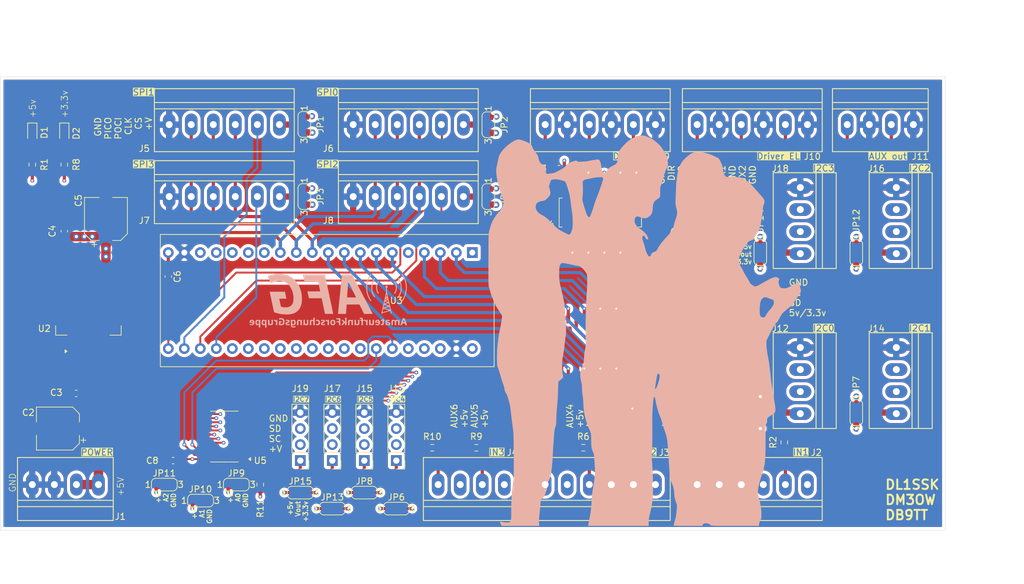
<source format=kicad_pcb>
(kicad_pcb
	(version 20240108)
	(generator "pcbnew")
	(generator_version "8.0")
	(general
		(thickness 1.6)
		(legacy_teardrops no)
	)
	(paper "A4")
	(layers
		(0 "F.Cu" signal)
		(1 "In1.Cu" signal)
		(2 "In2.Cu" signal)
		(31 "B.Cu" signal)
		(32 "B.Adhes" user "B.Adhesive")
		(33 "F.Adhes" user "F.Adhesive")
		(34 "B.Paste" user)
		(35 "F.Paste" user)
		(36 "B.SilkS" user "B.Silkscreen")
		(37 "F.SilkS" user "F.Silkscreen")
		(38 "B.Mask" user)
		(39 "F.Mask" user)
		(40 "Dwgs.User" user "User.Drawings")
		(41 "Cmts.User" user "User.Comments")
		(42 "Eco1.User" user "User.Eco1")
		(43 "Eco2.User" user "User.Eco2")
		(44 "Edge.Cuts" user)
		(45 "Margin" user)
		(46 "B.CrtYd" user "B.Courtyard")
		(47 "F.CrtYd" user "F.Courtyard")
		(48 "B.Fab" user)
		(49 "F.Fab" user)
		(50 "User.1" user)
		(51 "User.2" user)
		(52 "User.3" user)
		(53 "User.4" user)
		(54 "User.5" user)
		(55 "User.6" user)
		(56 "User.7" user)
		(57 "User.8" user)
		(58 "User.9" user)
	)
	(setup
		(stackup
			(layer "F.SilkS"
				(type "Top Silk Screen")
			)
			(layer "F.Paste"
				(type "Top Solder Paste")
			)
			(layer "F.Mask"
				(type "Top Solder Mask")
				(thickness 0.01)
			)
			(layer "F.Cu"
				(type "copper")
				(thickness 0.035)
			)
			(layer "dielectric 1"
				(type "prepreg")
				(thickness 0.1)
				(material "FR4")
				(epsilon_r 4.5)
				(loss_tangent 0.02)
			)
			(layer "In1.Cu"
				(type "copper")
				(thickness 0.035)
			)
			(layer "dielectric 2"
				(type "core")
				(thickness 1.24)
				(material "FR4")
				(epsilon_r 4.5)
				(loss_tangent 0.02)
			)
			(layer "In2.Cu"
				(type "copper")
				(thickness 0.035)
			)
			(layer "dielectric 3"
				(type "prepreg")
				(thickness 0.1)
				(material "FR4")
				(epsilon_r 4.5)
				(loss_tangent 0.02)
			)
			(layer "B.Cu"
				(type "copper")
				(thickness 0.035)
			)
			(layer "B.Mask"
				(type "Bottom Solder Mask")
				(thickness 0.01)
			)
			(layer "B.Paste"
				(type "Bottom Solder Paste")
			)
			(layer "B.SilkS"
				(type "Bottom Silk Screen")
			)
			(copper_finish "None")
			(dielectric_constraints no)
		)
		(pad_to_mask_clearance 0)
		(allow_soldermask_bridges_in_footprints no)
		(pcbplotparams
			(layerselection 0x00010fc_ffffffff)
			(plot_on_all_layers_selection 0x0000000_00000000)
			(disableapertmacros no)
			(usegerberextensions no)
			(usegerberattributes yes)
			(usegerberadvancedattributes yes)
			(creategerberjobfile yes)
			(dashed_line_dash_ratio 12.000000)
			(dashed_line_gap_ratio 3.000000)
			(svgprecision 4)
			(plotframeref no)
			(viasonmask no)
			(mode 1)
			(useauxorigin no)
			(hpglpennumber 1)
			(hpglpenspeed 20)
			(hpglpendiameter 15.000000)
			(pdf_front_fp_property_popups yes)
			(pdf_back_fp_property_popups yes)
			(dxfpolygonmode yes)
			(dxfimperialunits yes)
			(dxfusepcbnewfont yes)
			(psnegative no)
			(psa4output no)
			(plotreference yes)
			(plotvalue yes)
			(plotfptext yes)
			(plotinvisibletext no)
			(sketchpadsonfab no)
			(subtractmaskfromsilk no)
			(outputformat 1)
			(mirror no)
			(drillshape 1)
			(scaleselection 1)
			(outputdirectory "")
		)
	)
	(net 0 "")
	(net 1 "GND")
	(net 2 "+5V")
	(net 3 "+3.3V")
	(net 4 "Net-(D1-A)")
	(net 5 "Net-(D2-A)")
	(net 6 "POCI")
	(net 7 "Net-(J5-Pin_1)")
	(net 8 "PICO")
	(net 9 "SCK")
	(net 10 "CS1")
	(net 11 "CS0")
	(net 12 "Net-(J6-Pin_1)")
	(net 13 "CS3")
	(net 14 "Net-(J7-Pin_1)")
	(net 15 "Net-(J8-Pin_1)")
	(net 16 "CS2")
	(net 17 "Net-(J9-Pin_4)")
	(net 18 "Net-(J9-Pin_6)")
	(net 19 "Net-(J9-Pin_2)")
	(net 20 "OUT-SD0")
	(net 21 "Net-(J12-Pin_1)")
	(net 22 "OUT-SC0")
	(net 23 "OUT-SC4")
	(net 24 "Net-(J13-Pin_1)")
	(net 25 "OUT-SD4")
	(net 26 "OUT-SC1")
	(net 27 "Net-(J14-Pin_1)")
	(net 28 "OUT-SD1")
	(net 29 "OUT-SC5")
	(net 30 "OUT-SD5")
	(net 31 "Net-(J15-Pin_1)")
	(net 32 "OUT-SC2")
	(net 33 "OUT-SD2")
	(net 34 "Net-(J16-Pin_1)")
	(net 35 "Net-(J17-Pin_1)")
	(net 36 "OUT-SC6")
	(net 37 "OUT-SD6")
	(net 38 "OUT-SC3")
	(net 39 "Net-(J18-Pin_1)")
	(net 40 "OUT-SD3")
	(net 41 "Net-(J19-Pin_1)")
	(net 42 "OUT-SC7")
	(net 43 "OUT-SD7")
	(net 44 "Net-(JP9-C)")
	(net 45 "Net-(JP10-C)")
	(net 46 "Net-(JP11-C)")
	(net 47 "Net-(U5-~{RESET})")
	(net 48 "AUX-IN3")
	(net 49 "AUX-IN1")
	(net 50 "AUX-IN6")
	(net 51 "AUX-IN2")
	(net 52 "AUX-IN4")
	(net 53 "SW1-AZ")
	(net 54 "SW2-AZ")
	(net 55 "AUX-IN5")
	(net 56 "unconnected-(U3-PB1-Pad15)")
	(net 57 "unconnected-(U3-3V3-Pad18)")
	(net 58 "EN-AZ")
	(net 59 "EN-EL")
	(net 60 "unconnected-(U3-PB2-Pad16)")
	(net 61 "unconnected-(U3-NRST-Pad5)")
	(net 62 "AUX-OUT1")
	(net 63 "DIR-AZ")
	(net 64 "SCL")
	(net 65 "unconnected-(U3-PB9-Pad37)")
	(net 66 "SDA")
	(net 67 "unconnected-(U3-PB0-Pad14)")
	(net 68 "unconnected-(U3-VBAT-Pad1)")
	(net 69 "unconnected-(U3-3V3-Pad40)")
	(net 70 "unconnected-(U3-PB8-Pad36)")
	(net 71 "unconnected-(U3-PB10-Pad17)")
	(net 72 "STEP-AZ")
	(net 73 "STEP-EL")
	(net 74 "unconnected-(U3-PB5-Pad33)")
	(net 75 "DIR-EL")
	(net 76 "AUX-OUT2")
	(net 77 "Net-(J10-Pin_4)")
	(net 78 "Net-(J10-Pin_6)")
	(net 79 "Net-(J10-Pin_2)")
	(net 80 "Net-(J11-Pin_4)")
	(net 81 "Net-(J11-Pin_2)")
	(net 82 "Net-(J4-Pin_1)")
	(net 83 "Net-(J4-Pin_3)")
	(net 84 "Net-(J3-Pin_5)")
	(net 85 "Net-(J3-Pin_3)")
	(net 86 "Net-(J3-Pin_1)")
	(net 87 "Net-(J2-Pin_1)")
	(net 88 "Net-(J2-Pin_5)")
	(net 89 "Net-(J2-Pin_3)")
	(footprint "LED_SMD:LED_0603_1608Metric_Pad1.05x0.95mm_HandSolder" (layer "F.Cu") (at 60.96 72.531 -90))
	(footprint "Jumper:SolderJumper-3_P1.3mm_Open_RoundedPad1.0x1.5mm_NumberLabels" (layer "F.Cu") (at 76.835 128.27))
	(footprint "spta:SPTA-1-6-3,5" (layer "F.Cu") (at 115.57 82.55 180))
	(footprint "spta:SPTA-1-6-3,5" (layer "F.Cu") (at 170.18 71.12 180))
	(footprint "spta:SPTA-1-6-3,5" (layer "F.Cu") (at 146.05 128.27))
	(footprint "Capacitor_SMD:C_0603_1608Metric_Pad1.08x0.95mm_HandSolder" (layer "F.Cu") (at 139.4725 78.105 180))
	(footprint "Jumper:SolderJumper-3_P1.3mm_Open_RoundedPad1.0x1.5mm_NumberLabels" (layer "F.Cu") (at 186.69 116.84 -90))
	(footprint "spta:SPTA-1-4-3,5" (layer "F.Cu") (at 125.56 128.27))
	(footprint "spta:SPTA-1-6-3,5" (layer "F.Cu") (at 170.18 128.27))
	(footprint "Jumper:SolderJumper-3_P1.3mm_Open_RoundedPad1.0x1.5mm_NumberLabels" (layer "F.Cu") (at 128.27 71.15 -90))
	(footprint "Capacitor_SMD:C_0603_1608Metric_Pad1.08x0.95mm_HandSolder" (layer "F.Cu") (at 150.2675 114.3 180))
	(footprint "spta:SPTA-1-4-3,5" (layer "F.Cu") (at 177.8 111.76 90))
	(footprint "Jumper:SolderJumper-3_P1.3mm_Open_RoundedPad1.0x1.5mm_NumberLabels" (layer "F.Cu") (at 171.45 116.84 -90))
	(footprint "Jumper:SolderJumper-3_P1.3mm_Open_RoundedPad1.0x1.5mm_NumberLabels" (layer "F.Cu") (at 99.06 82.55 -90))
	(footprint "Resistor_SMD:R_0603_1608Metric_Pad0.98x0.95mm_HandSolder" (layer "F.Cu") (at 92.075 128.27 90))
	(footprint "BlackPill_F4xx_v2:BlackPill_F4xx_v2" (layer "F.Cu") (at 125.73 91.44 90))
	(footprint "spta:SPTA-1-6-3,5" (layer "F.Cu") (at 146.05 71.12 180))
	(footprint "Resistor_SMD:R_0603_1608Metric_Pad0.98x0.95mm_HandSolder" (layer "F.Cu") (at 119.38 122.428 180))
	(footprint "Resistor_SMD:R_0603_1608Metric_Pad0.98x0.95mm_HandSolder" (layer "F.Cu") (at 160.02 122.428 180))
	(footprint "Resistor_SMD:R_0603_1608Metric_Pad0.98x0.95mm_HandSolder" (layer "F.Cu") (at 136.525 122.428 180))
	(footprint "Jumper:SolderJumper-3_P1.3mm_Open_RoundedPad1.0x1.5mm_NumberLabels" (layer "F.Cu") (at 186.69 91.44 -90))
	(footprint "Resistor_SMD:R_0603_1608Metric_Pad0.98x0.95mm_HandSolder" (layer "F.Cu") (at 175.26 121.5625 90))
	(footprint "Capacitor_SMD:C_0603_1608Metric_Pad1.08x0.95mm_HandSolder" (layer "F.Cu") (at 78.232 124.46 180))
	(footprint "Package_SO:SO-20_12.8x7.5mm_P1.27mm" (layer "F.Cu") (at 145.415 106.68 -90))
	(footprint "Resistor_SMD:R_0603_1608Metric_Pad0.98x0.95mm_HandSolder" (layer "F.Cu") (at 55.88 77.47 90))
	(footprint "spta:SPTA-1-4-3,5" (layer "F.Cu") (at 193.04 86.36 90))
	(footprint "Jumper:SolderJumper-3_P1.3mm_Open_RoundedPad1.0x1.5mm_NumberLabels" (layer "F.Cu") (at 171.45 91.44 -90))
	(footprint "Jumper:SolderJumper-3_P1.3mm_Open_RoundedPad1.0x1.5mm_NumberLabels" (layer "F.Cu") (at 113.665 132.08))
	(footprint "spta:SPTA-1-6-3,5" (layer "F.Cu") (at 115.57 71.12 180))
	(footprint "Connector_PinHeader_2.54mm:PinHeader_1x04_P2.54mm_Vertical" (layer "F.Cu") (at 113.665 124.46 180))
	(footprint "Jumper:SolderJumper-3_P1.3mm_Open_RoundedPad1.0x1.5mm_NumberLabels" (layer "F.Cu") (at 98.425 129.54))
	(footprint "spta:SPTA-1-6-3,5" (layer "F.Cu") (at 86.36 71.12 180))
	(footprint "Resistor_SMD:R_0603_1608Metric_Pad0.98x0.95mm_HandSolder" (layer "F.Cu") (at 167.005 122.428 180))
	(footprint "Jumper:SolderJumper-3_P1.3mm_Open_RoundedPad1.0x1.5mm_NumberLabels" (layer "F.Cu") (at 82.58 130.81))
	(footprint "Jumper:SolderJumper-3_P1.3mm_Open_RoundedPad1.0x1.5mm_NumberLabels" (layer "F.Cu") (at 88.265 128.27))
	(footprint "spta:SPTA-1-4-3,5" (layer "F.Cu") (at 193.04 111.76 90))
	(footprint "Connector_PinHeader_2.54mm:PinHeader_1x04_P2.54mm_Vertical" (layer "F.Cu") (at 103.505 124.46 180))
	(footprint "Jumper:SolderJumper-3_P1.3mm_Open_RoundedPad1.0x1.5mm_NumberLabels" (layer "F.Cu") (at 99.06 71.09 -90))
	(footprint "Capacitor_SMD:C_0603_1608Metric_Pad1.08x0.95mm_HandSolder" (layer "F.Cu") (at 77.47 95.25 -90))
	(footprint "spta:SPTA-1-4-3,5" (layer "F.Cu") (at 177.8 86.36 90))
	(footprint "Package_TO_SOT_SMD:TO-263-3_TabPin2"
		(layer "F.Cu")
		(uuid "85e0d6a1-6622-4490-a439-6a930d366dcf")
		(at 64.789 99.725 90)
		(descr "TO-263/D2PAK/DDPAK SMD package, http://www.infineon.com/cms/en/product/pac
... [1558346 chars truncated]
</source>
